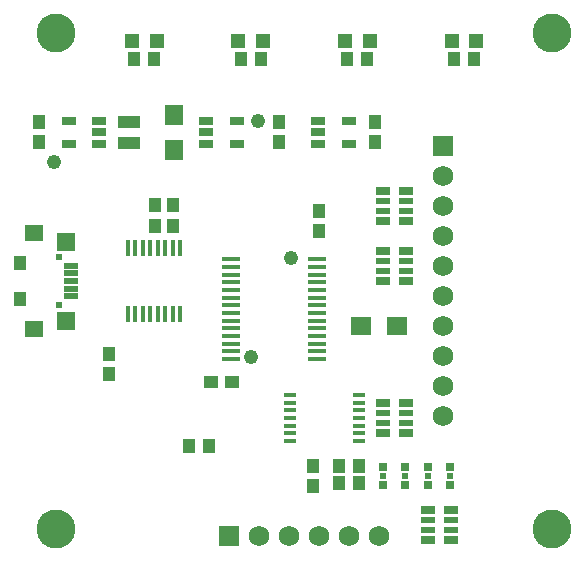
<source format=gts>
G75*
%MOIN*%
%OFA0B0*%
%FSLAX25Y25*%
%IPPOS*%
%LPD*%
%AMOC8*
5,1,8,0,0,1.08239X$1,22.5*
%
%ADD10R,0.04337X0.04731*%
%ADD11R,0.05124X0.05124*%
%ADD12R,0.04731X0.04337*%
%ADD13R,0.06699X0.05912*%
%ADD14R,0.07408X0.04416*%
%ADD15R,0.05912X0.06699*%
%ADD16R,0.04928X0.02132*%
%ADD17R,0.04928X0.02880*%
%ADD18R,0.05900X0.01770*%
%ADD19R,0.05124X0.02565*%
%ADD20R,0.01660X0.05361*%
%ADD21C,0.12998*%
%ADD22R,0.06306X0.05715*%
%ADD23R,0.05912X0.05912*%
%ADD24R,0.05124X0.01975*%
%ADD25C,0.02369*%
%ADD26R,0.06825X0.06825*%
%ADD27C,0.06825*%
%ADD28R,0.06837X0.06837*%
%ADD29C,0.06837*%
%ADD30R,0.03937X0.01772*%
%ADD31R,0.02762X0.02762*%
%ADD32R,0.02369X0.01975*%
%ADD33C,0.04900*%
D10*
X0116197Y0106500D03*
X0122890Y0106500D03*
X0089543Y0130654D03*
X0089543Y0137346D03*
X0060016Y0155594D03*
X0060016Y0167406D03*
X0104856Y0180029D03*
X0110793Y0180029D03*
X0110793Y0186721D03*
X0104856Y0186721D03*
X0066165Y0207738D03*
X0066165Y0214431D03*
X0097902Y0235516D03*
X0104594Y0235516D03*
X0133433Y0235516D03*
X0140126Y0235516D03*
X0146165Y0214431D03*
X0146165Y0207738D03*
X0159543Y0184846D03*
X0159543Y0178154D03*
X0178043Y0207738D03*
X0178043Y0214431D03*
X0175657Y0235516D03*
X0168965Y0235516D03*
X0204492Y0235516D03*
X0211185Y0235516D03*
X0172890Y0099937D03*
X0166197Y0099937D03*
X0166197Y0094312D03*
X0172890Y0094312D03*
X0157668Y0093154D03*
X0157668Y0099846D03*
D11*
X0168177Y0241500D03*
X0176445Y0241500D03*
X0203705Y0241500D03*
X0211972Y0241500D03*
X0140913Y0241500D03*
X0132646Y0241500D03*
X0105382Y0241500D03*
X0097114Y0241500D03*
D12*
X0123697Y0127712D03*
X0130390Y0127712D03*
D13*
X0173638Y0146500D03*
X0185449Y0146500D03*
D14*
X0096165Y0207581D03*
X0096165Y0214589D03*
D15*
X0111165Y0216990D03*
X0111165Y0205179D03*
D16*
X0180705Y0188075D03*
X0180705Y0184925D03*
X0188382Y0184925D03*
X0188382Y0188075D03*
X0188382Y0168075D03*
X0188382Y0164925D03*
X0180705Y0164925D03*
X0180705Y0168075D03*
X0180705Y0117450D03*
X0180705Y0114300D03*
X0188382Y0114300D03*
X0188382Y0117450D03*
X0195705Y0081825D03*
X0195705Y0078675D03*
X0203382Y0078675D03*
X0203382Y0081825D03*
D17*
X0203382Y0085348D03*
X0195705Y0085348D03*
X0195705Y0075152D03*
X0203382Y0075152D03*
X0188382Y0110777D03*
X0180705Y0110777D03*
X0180705Y0120973D03*
X0188382Y0120973D03*
X0188382Y0161402D03*
X0180705Y0161402D03*
X0180705Y0171598D03*
X0188382Y0171598D03*
X0188382Y0181402D03*
X0180705Y0181402D03*
X0180705Y0191598D03*
X0188382Y0191598D03*
D18*
X0158937Y0168759D03*
X0158937Y0166200D03*
X0158937Y0163641D03*
X0158937Y0161082D03*
X0158937Y0158523D03*
X0158937Y0155964D03*
X0158937Y0153405D03*
X0158937Y0150845D03*
X0158937Y0148286D03*
X0158937Y0145727D03*
X0158937Y0143168D03*
X0158937Y0140609D03*
X0158937Y0138050D03*
X0158937Y0135491D03*
X0130150Y0135491D03*
X0130150Y0138050D03*
X0130150Y0140609D03*
X0130150Y0143168D03*
X0130150Y0145727D03*
X0130150Y0148286D03*
X0130150Y0150845D03*
X0130150Y0153405D03*
X0130150Y0155964D03*
X0130150Y0158523D03*
X0130150Y0161082D03*
X0130150Y0163641D03*
X0130150Y0166200D03*
X0130150Y0168759D03*
D19*
X0132161Y0207344D03*
X0121925Y0207344D03*
X0121925Y0211085D03*
X0121925Y0214825D03*
X0132161Y0214825D03*
X0159157Y0214825D03*
X0159157Y0211085D03*
X0159157Y0207344D03*
X0169394Y0207344D03*
X0169394Y0214825D03*
X0086283Y0214825D03*
X0086283Y0211085D03*
X0086283Y0207344D03*
X0076047Y0207344D03*
X0076047Y0214825D03*
D20*
X0095791Y0172441D03*
X0098291Y0172441D03*
X0100791Y0172441D03*
X0103291Y0172441D03*
X0105791Y0172441D03*
X0108291Y0172441D03*
X0110791Y0172441D03*
X0113291Y0172441D03*
X0113291Y0150559D03*
X0110791Y0150559D03*
X0108291Y0150559D03*
X0105791Y0150559D03*
X0103291Y0150559D03*
X0100791Y0150559D03*
X0098291Y0150559D03*
X0095791Y0150559D03*
D21*
X0071866Y0078823D03*
X0237220Y0078823D03*
X0237220Y0244177D03*
X0071866Y0244177D03*
D22*
X0064543Y0177543D03*
X0064543Y0145457D03*
D23*
X0075173Y0148311D03*
X0075173Y0174689D03*
D24*
X0076984Y0166618D03*
X0076984Y0164059D03*
X0076984Y0161500D03*
X0076984Y0158941D03*
X0076984Y0156382D03*
D25*
X0073008Y0153626D03*
X0073008Y0169374D03*
D26*
X0129543Y0076500D03*
D27*
X0139543Y0076500D03*
X0149543Y0076500D03*
X0159543Y0076500D03*
X0169543Y0076500D03*
X0179543Y0076500D03*
D28*
X0200961Y0206500D03*
D29*
X0200961Y0196500D03*
X0200961Y0186500D03*
X0200961Y0176500D03*
X0200961Y0166500D03*
X0200961Y0156500D03*
X0200961Y0146500D03*
X0200961Y0136500D03*
X0200961Y0126500D03*
X0200961Y0116500D03*
D30*
X0172934Y0115875D03*
X0172934Y0113316D03*
X0172934Y0110757D03*
X0172934Y0108198D03*
X0172934Y0118434D03*
X0172934Y0120993D03*
X0172934Y0123552D03*
X0149903Y0123552D03*
X0149903Y0120993D03*
X0149903Y0118434D03*
X0149903Y0115875D03*
X0149903Y0113316D03*
X0149903Y0110757D03*
X0149903Y0108198D03*
D31*
X0181000Y0099453D03*
X0181000Y0093547D03*
X0188087Y0093547D03*
X0188087Y0099453D03*
X0196000Y0099453D03*
X0196000Y0093547D03*
X0203087Y0093547D03*
X0203087Y0099453D03*
D32*
X0203087Y0096500D03*
X0196000Y0096500D03*
X0188087Y0096500D03*
X0181000Y0096500D03*
D33*
X0136731Y0136313D03*
X0150043Y0169125D03*
X0139291Y0214835D03*
X0071106Y0201062D03*
M02*

</source>
